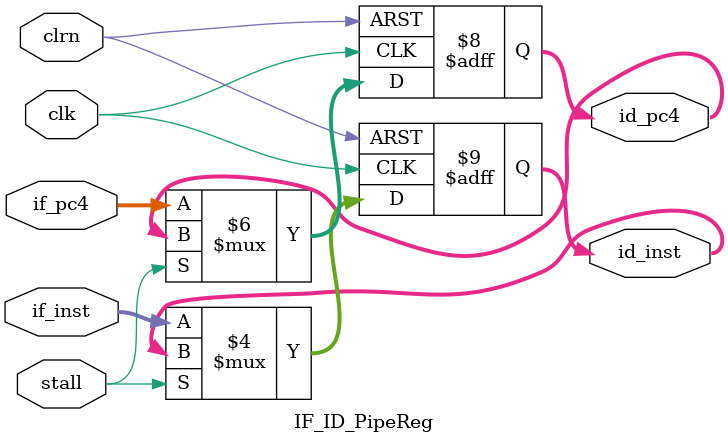
<source format=v>
`timescale 1ns / 1ps
module IF_ID_PipeReg(
	 input clk,
	 input clrn,
	 input stall,
	 input[31:0] if_pc4,
    input[31:0] if_inst,
	 output reg[31:0] id_pc4,
    output reg[31:0] id_inst
    );

	
	always@(negedge clrn or posedge clk)
		if(clrn == 0)
			begin
				id_inst <= 0;
				id_pc4 <= 0;
			end
		else if(stall != 1)
			begin
				id_inst <= if_inst;
				id_pc4 <= if_pc4;
			end

			
endmodule

</source>
